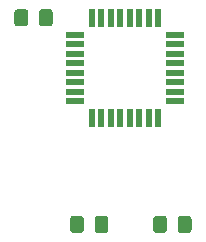
<source format=gtp>
G04 #@! TF.GenerationSoftware,KiCad,Pcbnew,5.1.10-88a1d61d58~90~ubuntu20.04.1*
G04 #@! TF.CreationDate,2021-09-15T21:40:18+02:00*
G04 #@! TF.ProjectId,snes2atari,736e6573-3261-4746-9172-692e6b696361,rev?*
G04 #@! TF.SameCoordinates,Original*
G04 #@! TF.FileFunction,Paste,Top*
G04 #@! TF.FilePolarity,Positive*
%FSLAX46Y46*%
G04 Gerber Fmt 4.6, Leading zero omitted, Abs format (unit mm)*
G04 Created by KiCad (PCBNEW 5.1.10-88a1d61d58~90~ubuntu20.04.1) date 2021-09-15 21:40:18*
%MOMM*%
%LPD*%
G01*
G04 APERTURE LIST*
%ADD10R,0.550000X1.600000*%
%ADD11R,1.600000X0.550000*%
G04 APERTURE END LIST*
D10*
X124950000Y-76500000D03*
X125750000Y-76500000D03*
X126550000Y-76500000D03*
X127350000Y-76500000D03*
X128150000Y-76500000D03*
X128950000Y-76500000D03*
X129750000Y-76500000D03*
X130550000Y-76500000D03*
D11*
X132000000Y-77950000D03*
X132000000Y-78750000D03*
X132000000Y-79550000D03*
X132000000Y-80350000D03*
X132000000Y-81150000D03*
X132000000Y-81950000D03*
X132000000Y-82750000D03*
X132000000Y-83550000D03*
D10*
X130550000Y-85000000D03*
X129750000Y-85000000D03*
X128950000Y-85000000D03*
X128150000Y-85000000D03*
X127350000Y-85000000D03*
X126550000Y-85000000D03*
X125750000Y-85000000D03*
X124950000Y-85000000D03*
D11*
X123500000Y-83550000D03*
X123500000Y-82750000D03*
X123500000Y-81950000D03*
X123500000Y-81150000D03*
X123500000Y-80350000D03*
X123500000Y-79550000D03*
X123500000Y-78750000D03*
X123500000Y-77950000D03*
G36*
G01*
X120450000Y-76975000D02*
X120450000Y-76025000D01*
G75*
G02*
X120700000Y-75775000I250000J0D01*
G01*
X121375000Y-75775000D01*
G75*
G02*
X121625000Y-76025000I0J-250000D01*
G01*
X121625000Y-76975000D01*
G75*
G02*
X121375000Y-77225000I-250000J0D01*
G01*
X120700000Y-77225000D01*
G75*
G02*
X120450000Y-76975000I0J250000D01*
G01*
G37*
G36*
G01*
X118375000Y-76975000D02*
X118375000Y-76025000D01*
G75*
G02*
X118625000Y-75775000I250000J0D01*
G01*
X119300000Y-75775000D01*
G75*
G02*
X119550000Y-76025000I0J-250000D01*
G01*
X119550000Y-76975000D01*
G75*
G02*
X119300000Y-77225000I-250000J0D01*
G01*
X118625000Y-77225000D01*
G75*
G02*
X118375000Y-76975000I0J250000D01*
G01*
G37*
G36*
G01*
X124262500Y-93525000D02*
X124262500Y-94475000D01*
G75*
G02*
X124012500Y-94725000I-250000J0D01*
G01*
X123337500Y-94725000D01*
G75*
G02*
X123087500Y-94475000I0J250000D01*
G01*
X123087500Y-93525000D01*
G75*
G02*
X123337500Y-93275000I250000J0D01*
G01*
X124012500Y-93275000D01*
G75*
G02*
X124262500Y-93525000I0J-250000D01*
G01*
G37*
G36*
G01*
X126337500Y-93525000D02*
X126337500Y-94475000D01*
G75*
G02*
X126087500Y-94725000I-250000J0D01*
G01*
X125412500Y-94725000D01*
G75*
G02*
X125162500Y-94475000I0J250000D01*
G01*
X125162500Y-93525000D01*
G75*
G02*
X125412500Y-93275000I250000J0D01*
G01*
X126087500Y-93275000D01*
G75*
G02*
X126337500Y-93525000I0J-250000D01*
G01*
G37*
G36*
G01*
X132200000Y-94475000D02*
X132200000Y-93525000D01*
G75*
G02*
X132450000Y-93275000I250000J0D01*
G01*
X133125000Y-93275000D01*
G75*
G02*
X133375000Y-93525000I0J-250000D01*
G01*
X133375000Y-94475000D01*
G75*
G02*
X133125000Y-94725000I-250000J0D01*
G01*
X132450000Y-94725000D01*
G75*
G02*
X132200000Y-94475000I0J250000D01*
G01*
G37*
G36*
G01*
X130125000Y-94475000D02*
X130125000Y-93525000D01*
G75*
G02*
X130375000Y-93275000I250000J0D01*
G01*
X131050000Y-93275000D01*
G75*
G02*
X131300000Y-93525000I0J-250000D01*
G01*
X131300000Y-94475000D01*
G75*
G02*
X131050000Y-94725000I-250000J0D01*
G01*
X130375000Y-94725000D01*
G75*
G02*
X130125000Y-94475000I0J250000D01*
G01*
G37*
M02*

</source>
